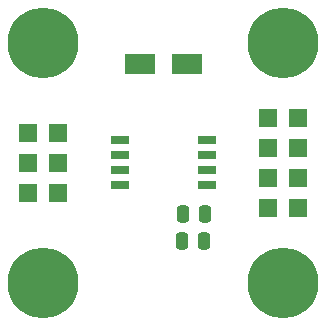
<source format=gbr>
%TF.GenerationSoftware,KiCad,Pcbnew,6.0.11+dfsg-1~bpo11+1*%
%TF.CreationDate,2023-04-13T10:25:38+00:00*%
%TF.ProjectId,FRAM01A,4652414d-3031-4412-9e6b-696361645f70,rev?*%
%TF.SameCoordinates,Original*%
%TF.FileFunction,Soldermask,Bot*%
%TF.FilePolarity,Negative*%
%FSLAX46Y46*%
G04 Gerber Fmt 4.6, Leading zero omitted, Abs format (unit mm)*
G04 Created by KiCad (PCBNEW 6.0.11+dfsg-1~bpo11+1) date 2023-04-13 10:25:38*
%MOMM*%
%LPD*%
G01*
G04 APERTURE LIST*
G04 Aperture macros list*
%AMRoundRect*
0 Rectangle with rounded corners*
0 $1 Rounding radius*
0 $2 $3 $4 $5 $6 $7 $8 $9 X,Y pos of 4 corners*
0 Add a 4 corners polygon primitive as box body*
4,1,4,$2,$3,$4,$5,$6,$7,$8,$9,$2,$3,0*
0 Add four circle primitives for the rounded corners*
1,1,$1+$1,$2,$3*
1,1,$1+$1,$4,$5*
1,1,$1+$1,$6,$7*
1,1,$1+$1,$8,$9*
0 Add four rect primitives between the rounded corners*
20,1,$1+$1,$2,$3,$4,$5,0*
20,1,$1+$1,$4,$5,$6,$7,0*
20,1,$1+$1,$6,$7,$8,$9,0*
20,1,$1+$1,$8,$9,$2,$3,0*%
G04 Aperture macros list end*
%ADD10C,6.000000*%
%ADD11R,1.524000X1.524000*%
%ADD12R,1.650000X0.650000*%
%ADD13R,2.500000X1.800000*%
%ADD14RoundRect,0.250000X0.250000X0.475000X-0.250000X0.475000X-0.250000X-0.475000X0.250000X-0.475000X0*%
G04 APERTURE END LIST*
D10*
%TO.C,M4*%
X147320000Y-96520000D03*
%TD*%
D11*
%TO.C,J1*%
X125730000Y-83820000D03*
X128270000Y-83820000D03*
X125730000Y-86360000D03*
X128270000Y-86360000D03*
X125730000Y-88900000D03*
X128270000Y-88900000D03*
%TD*%
D10*
%TO.C,M1*%
X127000000Y-76200000D03*
%TD*%
%TO.C,M3*%
X147320000Y-76200000D03*
%TD*%
D11*
%TO.C,J2*%
X146050000Y-82550000D03*
X148590000Y-82550000D03*
X146050000Y-85090000D03*
X148590000Y-85090000D03*
X146050000Y-87630000D03*
X148590000Y-87630000D03*
X146050000Y-90170000D03*
X148590000Y-90170000D03*
%TD*%
D10*
%TO.C,M2*%
X127000000Y-96520000D03*
%TD*%
D12*
%TO.C,IC1*%
X133485000Y-88265000D03*
X133485000Y-86995000D03*
X133485000Y-85725000D03*
X133485000Y-84455000D03*
X140835000Y-84455000D03*
X140835000Y-85725000D03*
X140835000Y-86995000D03*
X140835000Y-88265000D03*
%TD*%
D13*
%TO.C,D1*%
X135160000Y-77978000D03*
X139160000Y-77978000D03*
%TD*%
D14*
%TO.C,C1*%
X140650000Y-92964000D03*
X138750000Y-92964000D03*
%TD*%
%TO.C,C2*%
X140716000Y-90678000D03*
X138816000Y-90678000D03*
%TD*%
M02*

</source>
